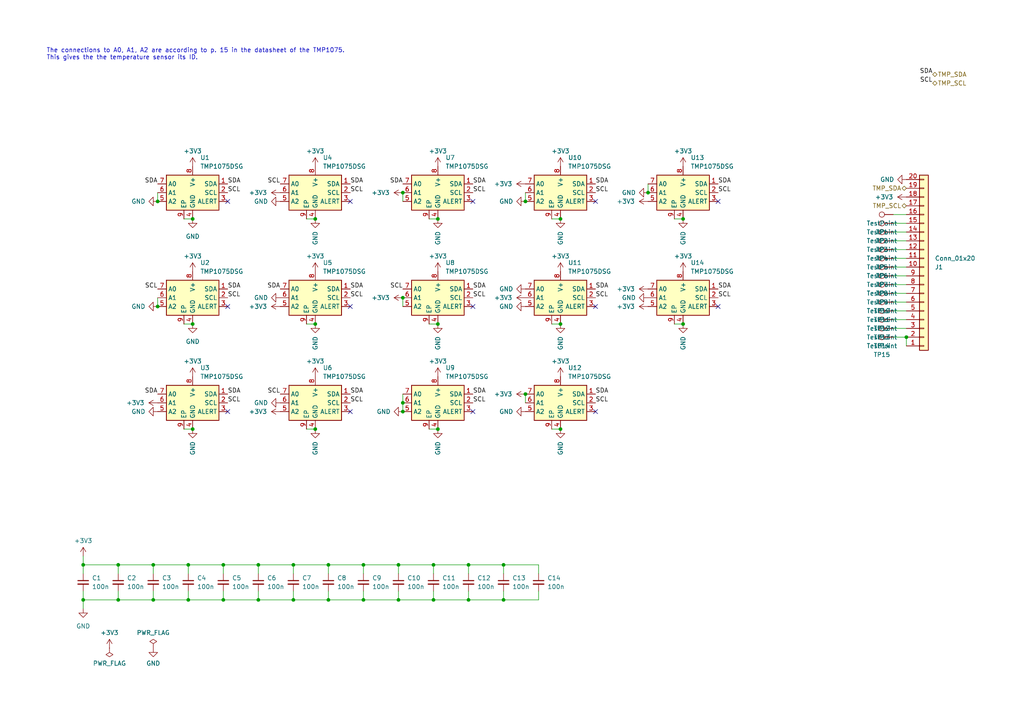
<source format=kicad_sch>
(kicad_sch (version 20231120) (generator "eeschema") (generator_version "8.0")
  (paper "A4")
  (lib_symbols
    (symbol "+3V3_1" (power) (pin_numbers hide) (pin_names (offset 0) hide)
      (property "Value" "+3V3" (at 0 3.556 0))
      (symbol "+3V3_1_0_1"
        (polyline (pts (xy -0.762 1.27) (xy 0 2.54)))
        (polyline (pts (xy 0 0) (xy 0 2.54)))
        (polyline (pts (xy 0 2.54) (xy 0.762 1.27)))
      )
      (symbol "+3V3_1_1_1"
        (pin power_in line (at 0 0 90) (length 0) (name "~") (number "1"))
      )
    )
    (symbol "Connector:TestPoint" (pin_numbers hide) (pin_names (offset 0.762) hide)
      (property "Reference" "TP" (at 0 6.858 0))
      (property "Value" "TestPoint" (at 0 5.08 0))
      (symbol "TestPoint_0_1"
        (circle (center 0 3.302) (radius 0.762))
      )
      (symbol "TestPoint_1_1"
        (pin passive line (at 0 0 90) (length 2.54) (name "1") (number "1"))
      )
    )
    (symbol "Connector_Generic:Conn_01x20" (pin_names (offset 1.016) hide)
      (property "Reference" "J" (at 0 25.4 0))
      (property "Value" "Conn_01x20" (at 0 -27.94 0))
      (symbol "Conn_01x20_1_1"
        (rectangle (start -1.27 -25.273) (end 0 -25.527) (stroke (width 0.1524)))
        (rectangle (start -1.27 -22.733) (end 0 -22.987) (stroke (width 0.1524)))
        (rectangle (start -1.27 -20.193) (end 0 -20.447) (stroke (width 0.1524)))
        (rectangle (start -1.27 -17.653) (end 0 -17.907) (stroke (width 0.1524)))
        (rectangle (start -1.27 -15.113) (end 0 -15.367) (stroke (width 0.1524)))
        (rectangle (start -1.27 -12.573) (end 0 -12.827) (stroke (width 0.1524)))
        (rectangle (start -1.27 -10.033) (end 0 -10.287) (stroke (width 0.1524)))
        (rectangle (start -1.27 -7.493) (end 0 -7.747) (stroke (width 0.1524)))
        (rectangle (start -1.27 -4.953) (end 0 -5.207) (stroke (width 0.1524)))
        (rectangle (start -1.27 -2.413) (end 0 -2.667) (stroke (width 0.1524)))
        (rectangle (start -1.27 0.127) (end 0 -0.127) (stroke (width 0.1524)))
        (rectangle (start -1.27 2.667) (end 0 2.413) (stroke (width 0.1524)))
        (rectangle (start -1.27 5.207) (end 0 4.953) (stroke (width 0.1524)))
        (rectangle (start -1.27 7.747) (end 0 7.493) (stroke (width 0.1524)))
        (rectangle (start -1.27 10.287) (end 0 10.033) (stroke (width 0.1524)))
        (rectangle (start -1.27 12.827) (end 0 12.573) (stroke (width 0.1524)))
        (rectangle (start -1.27 15.367) (end 0 15.113) (stroke (width 0.1524)))
        (rectangle (start -1.27 17.907) (end 0 17.653) (stroke (width 0.1524)))
        (rectangle (start -1.27 20.447) (end 0 20.193) (stroke (width 0.1524)))
        (rectangle (start -1.27 22.987) (end 0 22.733) (stroke (width 0.1524)))
        (rectangle (start -1.27 24.13) (end 1.27 -26.67) (stroke (width 0.254)) (fill (type background)))
        (pin passive line (at -5.08 22.86 0) (length 3.81) (name "Pin_1") (number "1"))
        (pin passive line (at -5.08 0 0) (length 3.81) (name "Pin_10") (number "10"))
        (pin passive line (at -5.08 -2.54 0) (length 3.81) (name "Pin_11") (number "11"))
        (pin passive line (at -5.08 -5.08 0) (length 3.81) (name "Pin_12") (number "12"))
        (pin passive line (at -5.08 -7.62 0) (length 3.81) (name "Pin_13") (number "13"))
        (pin passive line (at -5.08 -10.16 0) (length 3.81) (name "Pin_14") (number "14"))
        (pin passive line (at -5.08 -12.7 0) (length 3.81) (name "Pin_15") (number "15"))
        (pin passive line (at -5.08 -15.24 0) (length 3.81) (name "Pin_16") (number "16"))
        (pin passive line (at -5.08 -17.78 0) (length 3.81) (name "Pin_17") (number "17"))
        (pin passive line (at -5.08 -20.32 0) (length 3.81) (name "Pin_18") (number "18"))
        (pin passive line (at -5.08 -22.86 0) (length 3.81) (name "Pin_19") (number "19"))
        (pin passive line (at -5.08 20.32 0) (length 3.81) (name "Pin_2") (number "2"))
        (pin passive line (at -5.08 -25.4 0) (length 3.81) (name "Pin_20") (number "20"))
        (pin passive line (at -5.08 17.78 0) (length 3.81) (name "Pin_3") (number "3"))
        (pin passive line (at -5.08 15.24 0) (length 3.81) (name "Pin_4") (number "4"))
        (pin passive line (at -5.08 12.7 0) (length 3.81) (name "Pin_5") (number "5"))
        (pin passive line (at -5.08 10.16 0) (length 3.81) (name "Pin_6") (number "6"))
        (pin passive line (at -5.08 7.62 0) (length 3.81) (name "Pin_7") (number "7"))
        (pin passive line (at -5.08 5.08 0) (length 3.81) (name "Pin_8") (number "8"))
        (pin passive line (at -5.08 2.54 0) (length 3.81) (name "Pin_9") (number "9"))
      )
    )
    (symbol "Device:C_Small" (pin_numbers hide) (pin_names (offset 0.254) hide)
      (property "Reference" "C" (at 0.254 1.778 0))
      (property "Value" "C_Small" (at 0.254 -2.032 0))
      (symbol "C_Small_0_1"
        (polyline (pts (xy -1.524 -0.508) (xy 1.524 -0.508)) (stroke (width 0.3302)))
        (polyline (pts (xy -1.524 0.508) (xy 1.524 0.508)) (stroke (width 0.3048)))
      )
      (symbol "C_Small_1_1"
        (pin passive line (at 0 2.54 270) (length 2.032) (name "~") (number "1"))
        (pin passive line (at 0 -2.54 90) (length 2.032) (name "~") (number "2"))
      )
    )
    (symbol "Sensor_Temperature:TMP1075DSG"
      (property "Reference" "U" (at -6.35 6.35 0))
      (property "Value" "TMP1075DSG" (at 6.35 6.35 0))
      (symbol "TMP1075DSG_0_1"
        (rectangle (start -7.62 5.08) (end 7.62 -5.08) (stroke (width 0.254)) (fill (type background)))
      )
      (symbol "TMP1075DSG_1_1"
        (pin bidirectional line (at 10.16 2.54 180) (length 2.54) (name "SDA") (number "1"))
        (pin input line (at 10.16 0 180) (length 2.54) (name "SCL") (number "2"))
        (pin open_collector line (at 10.16 -2.54 180) (length 2.54) (name "ALERT") (number "3"))
        (pin power_in line (at 0 -7.62 90) (length 2.54) (name "GND") (number "4"))
        (pin input line (at -10.16 -2.54 0) (length 2.54) (name "A2") (number "5"))
        (pin input line (at -10.16 0 0) (length 2.54) (name "A1") (number "6"))
        (pin input line (at -10.16 2.54 0) (length 2.54) (name "A0") (number "7"))
        (pin power_in line (at 0 7.62 270) (length 2.54) (name "V+") (number "8"))
        (pin passive line (at -2.54 -7.62 90) (length 2.54) (name "EP") (number "9"))
      )
    )
    (symbol "power:+3V3" (power) (pin_names (offset 0))
      (property "Value" "+3V3" (at 0 3.556 0))
      (symbol "+3V3_0_1"
        (polyline (pts (xy -0.762 1.27) (xy 0 2.54)))
        (polyline (pts (xy 0 0) (xy 0 2.54)))
        (polyline (pts (xy 0 2.54) (xy 0.762 1.27)))
      )
      (symbol "+3V3_1_1"
        (pin power_in line (at 0 0 90) (length 0) hide (name "+3V3") (number "1"))
      )
    )
    (symbol "power:GND" (power) (pin_names (offset 0))
      (property "Value" "GND" (at 0 -3.81 0))
      (symbol "GND_0_1"
        (polyline (pts (xy 0 0) (xy 0 -1.27) (xy 1.27 -1.27) (xy 0 -2.54) (xy -1.27 -1.27) (xy 0 -1.27)))
      )
      (symbol "GND_1_1"
        (pin power_in line (at 0 0 270) (length 0) hide (name "GND") (number "1"))
      )
    )
    (symbol "power:PWR_FLAG" (power) (pin_numbers hide) (pin_names (offset 0) hide)
      (property "Value" "PWR_FLAG" (at 0 3.81 0))
      (symbol "PWR_FLAG_0_0"
        (pin power_out line (at 0 0 90) (length 0) (name "~") (number "1"))
      )
      (symbol "PWR_FLAG_0_1"
        (polyline (pts (xy 0 0) (xy 0 1.27) (xy -1.016 1.905) (xy 0 2.54) (xy 1.016 1.905) (xy 0 1.27)))
      )
    )
  )
  (junction (at 152.4 58.42))
  (junction (at 55.88 93.98))
  (junction (at 55.88 124.46))
  (junction (at 198.12 93.98))
  (junction (at 162.56 63.5))
  (junction (at 24.13 163.83))
  (junction (at 64.77 163.83))
  (junction (at 45.72 58.42))
  (junction (at 95.25 173.99))
  (junction (at 44.45 163.83))
  (junction (at 44.45 173.99))
  (junction (at 146.05 173.99))
  (junction (at 105.41 173.99))
  (junction (at 115.57 173.99))
  (junction (at 91.44 63.5))
  (junction (at 262.89 97.79))
  (junction (at 91.44 93.98))
  (junction (at 91.44 124.46))
  (junction (at 125.73 163.83))
  (junction (at 146.05 163.83))
  (junction (at 74.93 173.99))
  (junction (at 162.56 93.98))
  (junction (at 85.09 173.99))
  (junction (at 74.93 163.83))
  (junction (at 105.41 163.83))
  (junction (at 116.84 55.88))
  (junction (at 54.61 163.83))
  (junction (at 116.84 116.84))
  (junction (at 116.84 86.36))
  (junction (at 64.77 173.99))
  (junction (at 34.29 163.83))
  (junction (at 45.72 88.9))
  (junction (at 187.96 55.88))
  (junction (at 54.61 173.99))
  (junction (at 34.29 173.99))
  (junction (at 135.89 163.83))
  (junction (at 24.13 173.99))
  (junction (at 116.84 119.38))
  (junction (at 152.4 114.3))
  (junction (at 85.09 163.83))
  (junction (at 127 63.5))
  (junction (at 162.56 124.46))
  (junction (at 127 93.98))
  (junction (at 135.89 173.99))
  (junction (at 95.25 163.83))
  (junction (at 125.73 173.99))
  (junction (at 127 124.46))
  (junction (at 115.57 163.83))
  (junction (at 198.12 63.5))
  (junction (at 55.88 63.5))
  (no_connect (at 208.28 58.42))
  (no_connect (at 101.6 119.38))
  (no_connect (at 172.72 119.38))
  (no_connect (at 172.72 58.42))
  (no_connect (at 66.04 58.42))
  (no_connect (at 172.72 88.9))
  (no_connect (at 66.04 88.9))
  (no_connect (at 137.16 88.9))
  (no_connect (at 137.16 119.38))
  (no_connect (at 101.6 88.9))
  (no_connect (at 137.16 58.42))
  (no_connect (at 101.6 58.42))
  (no_connect (at 208.28 88.9))
  (no_connect (at 66.04 119.38))
  (wire (pts (xy 262.89 97.79) (xy 262.89 100.33)))
  (wire (pts (xy 259.08 74.93) (xy 262.89 74.93)))
  (wire (pts (xy 146.05 171.45) (xy 146.05 173.99)))
  (wire (pts (xy 54.61 173.99) (xy 44.45 173.99)))
  (wire (pts (xy 156.21 163.83) (xy 156.21 166.37)))
  (wire (pts (xy 88.9 93.98) (xy 91.44 93.98)))
  (wire (pts (xy 34.29 166.37) (xy 34.29 163.83)))
  (wire (pts (xy 64.77 173.99) (xy 54.61 173.99)))
  (wire (pts (xy 74.93 173.99) (xy 64.77 173.99)))
  (wire (pts (xy 105.41 173.99) (xy 95.25 173.99)))
  (wire (pts (xy 95.25 173.99) (xy 85.09 173.99)))
  (wire (pts (xy 259.08 72.39) (xy 262.89 72.39)))
  (wire (pts (xy 24.13 161.29) (xy 24.13 163.83)))
  (wire (pts (xy 105.41 171.45) (xy 105.41 173.99)))
  (wire (pts (xy 115.57 171.45) (xy 115.57 173.99)))
  (wire (pts (xy 125.73 163.83) (xy 125.73 166.37)))
  (wire (pts (xy 146.05 163.83) (xy 146.05 166.37)))
  (wire (pts (xy 259.08 95.25) (xy 262.89 95.25)))
  (wire (pts (xy 259.08 90.17) (xy 262.89 90.17)))
  (wire (pts (xy 53.34 63.5) (xy 55.88 63.5)))
  (wire (pts (xy 34.29 173.99) (xy 24.13 173.99)))
  (wire (pts (xy 34.29 163.83) (xy 44.45 163.83)))
  (wire (pts (xy 259.08 80.01) (xy 262.89 80.01)))
  (wire (pts (xy 125.73 173.99) (xy 115.57 173.99)))
  (wire (pts (xy 146.05 163.83) (xy 156.21 163.83)))
  (wire (pts (xy 74.93 163.83) (xy 74.93 166.37)))
  (wire (pts (xy 195.58 63.5) (xy 198.12 63.5)))
  (wire (pts (xy 54.61 171.45) (xy 54.61 173.99)))
  (wire (pts (xy 44.45 163.83) (xy 44.45 166.37)))
  (wire (pts (xy 85.09 171.45) (xy 85.09 173.99)))
  (wire (pts (xy 156.21 173.99) (xy 146.05 173.99)))
  (wire (pts (xy 152.4 114.3) (xy 152.4 116.84)))
  (wire (pts (xy 53.34 93.98) (xy 55.88 93.98)))
  (wire (pts (xy 95.25 171.45) (xy 95.25 173.99)))
  (wire (pts (xy 124.46 93.98) (xy 127 93.98)))
  (wire (pts (xy 116.84 114.3) (xy 116.84 116.84)))
  (wire (pts (xy 85.09 173.99) (xy 74.93 173.99)))
  (wire (pts (xy 85.09 163.83) (xy 95.25 163.83)))
  (wire (pts (xy 64.77 163.83) (xy 74.93 163.83)))
  (wire (pts (xy 74.93 163.83) (xy 85.09 163.83)))
  (wire (pts (xy 259.08 67.31) (xy 262.89 67.31)))
  (wire (pts (xy 115.57 163.83) (xy 115.57 166.37)))
  (wire (pts (xy 45.72 86.36) (xy 45.72 88.9)))
  (wire (pts (xy 135.89 173.99) (xy 125.73 173.99)))
  (wire (pts (xy 105.41 163.83) (xy 115.57 163.83)))
  (wire (pts (xy 195.58 93.98) (xy 198.12 93.98)))
  (wire (pts (xy 135.89 171.45) (xy 135.89 173.99)))
  (wire (pts (xy 24.13 163.83) (xy 34.29 163.83)))
  (wire (pts (xy 64.77 171.45) (xy 64.77 173.99)))
  (wire (pts (xy 259.08 64.77) (xy 262.89 64.77)))
  (wire (pts (xy 135.89 163.83) (xy 135.89 166.37)))
  (wire (pts (xy 54.61 163.83) (xy 64.77 163.83)))
  (wire (pts (xy 259.08 97.79) (xy 262.89 97.79)))
  (wire (pts (xy 95.25 163.83) (xy 105.41 163.83)))
  (wire (pts (xy 187.96 53.34) (xy 187.96 55.88)))
  (wire (pts (xy 85.09 163.83) (xy 85.09 166.37)))
  (wire (pts (xy 160.02 124.46) (xy 162.56 124.46)))
  (wire (pts (xy 45.72 55.88) (xy 45.72 58.42)))
  (wire (pts (xy 34.29 171.45) (xy 34.29 173.99)))
  (wire (pts (xy 259.08 82.55) (xy 262.89 82.55)))
  (wire (pts (xy 259.08 85.09) (xy 262.89 85.09)))
  (wire (pts (xy 116.84 55.88) (xy 116.84 58.42)))
  (wire (pts (xy 44.45 173.99) (xy 34.29 173.99)))
  (wire (pts (xy 259.08 69.85) (xy 262.89 69.85)))
  (wire (pts (xy 54.61 163.83) (xy 54.61 166.37)))
  (wire (pts (xy 152.4 55.88) (xy 152.4 58.42)))
  (wire (pts (xy 44.45 171.45) (xy 44.45 173.99)))
  (wire (pts (xy 115.57 163.83) (xy 125.73 163.83)))
  (wire (pts (xy 74.93 171.45) (xy 74.93 173.99)))
  (wire (pts (xy 124.46 124.46) (xy 127 124.46)))
  (wire (pts (xy 135.89 163.83) (xy 146.05 163.83)))
  (wire (pts (xy 160.02 93.98) (xy 162.56 93.98)))
  (wire (pts (xy 259.08 77.47) (xy 262.89 77.47)))
  (wire (pts (xy 115.57 173.99) (xy 105.41 173.99)))
  (wire (pts (xy 259.08 87.63) (xy 262.89 87.63)))
  (wire (pts (xy 125.73 171.45) (xy 125.73 173.99)))
  (wire (pts (xy 116.84 86.36) (xy 116.84 88.9)))
  (wire (pts (xy 259.08 92.71) (xy 262.89 92.71)))
  (wire (pts (xy 124.46 63.5) (xy 127 63.5)))
  (wire (pts (xy 24.13 171.45) (xy 24.13 173.99)))
  (wire (pts (xy 24.13 163.83) (xy 24.13 166.37)))
  (wire (pts (xy 64.77 163.83) (xy 64.77 166.37)))
  (wire (pts (xy 88.9 63.5) (xy 91.44 63.5)))
  (wire (pts (xy 259.08 62.23) (xy 262.89 62.23)))
  (wire (pts (xy 95.25 166.37) (xy 95.25 163.83)))
  (wire (pts (xy 146.05 173.99) (xy 135.89 173.99)))
  (wire (pts (xy 88.9 124.46) (xy 91.44 124.46)))
  (wire (pts (xy 160.02 63.5) (xy 162.56 63.5)))
  (wire (pts (xy 105.41 163.83) (xy 105.41 166.37)))
  (wire (pts (xy 53.34 124.46) (xy 55.88 124.46)))
  (wire (pts (xy 44.45 163.83) (xy 54.61 163.83)))
  (wire (pts (xy 24.13 173.99) (xy 24.13 176.53)))
  (wire (pts (xy 156.21 171.45) (xy 156.21 173.99)))
  (wire (pts (xy 116.84 116.84) (xy 116.84 119.38)))
  (wire (pts (xy 125.73 163.83) (xy 135.89 163.83)))
  (text "The connections to A0, A1, A2 are according to p. 15 in the datasheet of the TMP1075. \nThis gives the the temperature sensor its ID. " (at 13.462 15.748 0) (effects (font (size 1.27 1.27)) (justify left)))
  (label "SDA" (at 208.28 53.34 0))
  (label "SCL" (at 137.16 116.84 0))
  (label "SDA" (at 172.72 53.34 0))
  (label "SCL" (at 101.6 55.88 0))
  (label "SDA" (at 81.28 83.82 180))
  (label "SDA" (at 45.72 114.3 180))
  (label "SDA" (at 45.72 53.34 180))
  (label "SCL" (at 66.04 55.88 0))
  (label "SCL" (at 270.51 24.13 180))
  (label "SDA" (at 66.04 83.82 0))
  (label "SDA" (at 137.16 53.34 0))
  (label "SCL" (at 137.16 55.88 0))
  (label "SCL" (at 172.72 55.88 0))
  (label "SDA" (at 172.72 114.3 0))
  (label "SCL" (at 81.28 114.3 180))
  (label "SCL" (at 101.6 116.84 0))
  (label "SDA" (at 172.72 83.82 0))
  (label "SDA" (at 116.84 53.34 180))
  (label "SCL" (at 66.04 116.84 0))
  (label "SDA" (at 101.6 114.3 0))
  (label "SCL" (at 66.04 86.36 0))
  (label "SDA" (at 137.16 83.82 0))
  (label "SCL" (at 208.28 55.88 0))
  (label "SDA" (at 137.16 114.3 0))
  (label "SCL" (at 137.16 86.36 0))
  (label "SDA" (at 101.6 53.34 0))
  (label "SDA" (at 270.51 21.59 180))
  (label "SCL" (at 172.72 86.36 0))
  (label "SDA" (at 101.6 83.82 0))
  (label "SCL" (at 208.28 86.36 0))
  (label "SDA" (at 66.04 114.3 0))
  (label "SCL" (at 172.72 116.84 0))
  (label "SDA" (at 66.04 53.34 0))
  (label "SCL" (at 116.84 83.82 180))
  (label "SCL" (at 45.72 83.82 180))
  (label "SCL" (at 81.28 53.34 180))
  (label "SDA" (at 208.28 83.82 0))
  (label "SCL" (at 101.6 86.36 0))
  (hierarchical_label "TMP_SCL" (shape bidirectional) (at 270.51 24.13 0))
  (hierarchical_label "TMP_SDA" (shape bidirectional) (at 270.51 21.59 0))
  (hierarchical_label "TMP_SDA" (shape bidirectional) (at 262.89 54.61 180))
  (hierarchical_label "TMP_SCL" (shape bidirectional) (at 262.89 59.69 180))
  (symbol (lib_id "power:GND") (at 24.13 176.53 0) (unit 1)
    (property "Reference" "#PWR02" (effects (hide yes)))
    (property "Value" "GND" (at 24.13 181.61 0))
  )
  (symbol (lib_id "power:+3V3") (at 31.75 187.96 0) (mirror y) (unit 1)
    (property "Reference" "#PWR03" (effects (hide yes)))
    (property "Value" "+3V3" (at 31.75 183.515 0))
  )
  (symbol (lib_id "power:+3V3") (at 91.44 48.26 0) (unit 1)
    (property "Reference" "#PWR021" (effects (hide yes)))
    (property "Value" "+3V3" (at 91.44 43.815 0))
  )
  (symbol (lib_id "power:+3V3") (at 152.4 53.34 90) (mirror x) (unit 1)
    (property "Reference" "#PWR036" (effects (hide yes)))
    (property "Value" "+3V3" (at 148.59 53.3401 90) (effects (justify left)))
  )
  (symbol (lib_id "Sensor_Temperature:TMP1075DSG") (at 55.88 116.84 0) (unit 1)
    (property "Reference" "U3" (at 58.0741 106.68 0) (effects (justify left)))
    (property "Value" "TMP1075DSG" (at 58.0741 109.22 0) (effects (justify left)))
    (property "Footprint" "Package_SON:WSON-8-1EP_2x2mm_P0.5mm_EP0.9x1.6mm_ThermalVias" (effects (hide yes)))
    (property "Datasheet" "https://www.ti.com/lit/gpn/tmp1075" (effects (hide yes)))
  )
  (symbol (lib_id "Device:C_Small") (at 156.21 168.91 0) (unit 1)
    (property "Reference" "C14" (at 158.75 167.6462 0) (effects (justify left)))
    (property "Value" "100n" (at 158.75 170.1862 0) (effects (justify left)))
    (property "Footprint" "Capacitor_SMD:C_0603_1608Metric" (effects (hide yes)))
  )
  (symbol (lib_id "power:GND") (at 55.88 124.46 0) (unit 1)
    (property "Reference" "#PWR014" (effects (hide yes)))
    (property "Value" "GND" (at 55.88 132.08 90) (effects (justify left)))
  )
  (symbol (lib_id "Sensor_Temperature:TMP1075DSG") (at 162.56 86.36 0) (unit 1)
    (property "Reference" "U11" (at 164.7541 76.2 0) (effects (justify left)))
    (property "Value" "TMP1075DSG" (at 164.7541 78.74 0) (effects (justify left)))
    (property "Footprint" "Package_SON:WSON-8-1EP_2x2mm_P0.5mm_EP0.9x1.6mm_ThermalVias" (effects (hide yes)))
    (property "Datasheet" "https://www.ti.com/lit/gpn/tmp1075" (effects (hide yes)))
  )
  (symbol (lib_id "power:GND") (at 81.28 86.36 270) (mirror x) (unit 1)
    (property "Reference" "#PWR017" (effects (hide yes)))
    (property "Value" "GND" (at 73.66 86.36 90) (effects (justify left)))
  )
  (symbol (lib_id "Sensor_Temperature:TMP1075DSG") (at 198.12 55.88 0) (unit 1)
    (property "Reference" "U13" (at 200.3141 45.72 0) (effects (justify left)))
    (property "Value" "TMP1075DSG" (at 200.3141 48.26 0) (effects (justify left)))
    (property "Footprint" "Package_SON:WSON-8-1EP_2x2mm_P0.5mm_EP0.9x1.6mm_ThermalVias" (effects (hide yes)))
    (property "Datasheet" "https://www.ti.com/lit/gpn/tmp1075" (effects (hide yes)))
  )
  (symbol (lib_id "Sensor_Temperature:TMP1075DSG") (at 127 116.84 0) (unit 1)
    (property "Reference" "U9" (at 129.1941 106.68 0) (effects (justify left)))
    (property "Value" "TMP1075DSG" (at 129.1941 109.22 0) (effects (justify left)))
    (property "Footprint" "Package_SON:WSON-8-1EP_2x2mm_P0.5mm_EP0.9x1.6mm_ThermalVias" (effects (hide yes)))
    (property "Datasheet" "https://www.ti.com/lit/gpn/tmp1075" (effects (hide yes)))
  )
  (symbol (lib_id "Device:C_Small") (at 54.61 168.91 0) (unit 1)
    (property "Reference" "C4" (at 57.15 167.6462 0) (effects (justify left)))
    (property "Value" "100n" (at 57.15 170.1862 0) (effects (justify left)))
    (property "Footprint" "Capacitor_SMD:C_0603_1608Metric" (effects (hide yes)))
  )
  (symbol (lib_id "power:GND") (at 116.84 119.38 270) (unit 1)
    (property "Reference" "#PWR029" (effects (hide yes)))
    (property "Value" "GND" (at 109.22 119.38 90) (effects (justify left)))
  )
  (symbol (lib_id "Sensor_Temperature:TMP1075DSG") (at 127 55.88 0) (unit 1)
    (property "Reference" "U7" (at 129.1941 45.72 0) (effects (justify left)))
    (property "Value" "TMP1075DSG" (at 129.1941 48.26 0) (effects (justify left)))
    (property "Footprint" "Package_SON:WSON-8-1EP_2x2mm_P0.5mm_EP0.9x1.6mm_ThermalVias" (effects (hide yes)))
    (property "Datasheet" "https://www.ti.com/lit/gpn/tmp1075" (effects (hide yes)))
  )
  (symbol (lib_id "power:+3V3") (at 152.4 114.3 90) (mirror x) (unit 1)
    (property "Reference" "#PWR041" (effects (hide yes)))
    (property "Value" "+3V3" (at 148.59 114.3001 90) (effects (justify left)))
  )
  (symbol (lib_id "power:GND") (at 44.45 187.96 0) (mirror y) (unit 1)
    (property "Reference" "#PWR04" (effects (hide yes)))
    (property "Value" "GND" (at 44.45 192.405 0))
  )
  (symbol (lib_id "Connector:TestPoint") (at 259.08 62.23 90) (mirror x) (unit 1)
    (property "Reference" "TP1" (at 255.778 67.31 90))
    (property "Value" "TestPoint" (at 255.778 64.77 90))
    (property "Footprint" "TestPoint:TestPoint_Pad_1.0x1.0mm" (effects (hide yes)))
    (property "Description" "test point" (effects (hide yes)))
  )
  (symbol (lib_id "Device:C_Small") (at 95.25 168.91 0) (unit 1)
    (property "Reference" "C8" (at 97.79 167.6462 0) (effects (justify left)))
    (property "Value" "100n" (at 97.79 170.1862 0) (effects (justify left)))
    (property "Footprint" "Capacitor_SMD:C_0603_1608Metric" (effects (hide yes)))
  )
  (symbol (lib_id "power:+3V3") (at 81.28 119.38 90) (mirror x) (unit 1)
    (property "Reference" "#PWR020" (effects (hide yes)))
    (property "Value" "+3V3" (at 77.47 119.3801 90) (effects (justify left)))
  )
  (symbol (lib_id "Sensor_Temperature:TMP1075DSG") (at 91.44 55.88 0) (unit 1)
    (property "Reference" "U4" (at 93.6341 45.72 0) (effects (justify left)))
    (property "Value" "TMP1075DSG" (at 93.6341 48.26 0) (effects (justify left)))
    (property "Footprint" "Package_SON:WSON-8-1EP_2x2mm_P0.5mm_EP0.9x1.6mm_ThermalVias" (effects (hide yes)))
    (property "Datasheet" "https://www.ti.com/lit/gpn/tmp1075" (effects (hide yes)))
  )
  (symbol (lib_id "power:+3V3") (at 198.12 78.74 0) (unit 1)
    (property "Reference" "#PWR056" (effects (hide yes)))
    (property "Value" "+3V3" (at 198.12 74.295 0))
  )
  (symbol (lib_id "Sensor_Temperature:TMP1075DSG") (at 162.56 116.84 0) (unit 1)
    (property "Reference" "U12" (at 164.7541 106.68 0) (effects (justify left)))
    (property "Value" "TMP1075DSG" (at 164.7541 109.22 0) (effects (justify left)))
    (property "Footprint" "Package_SON:WSON-8-1EP_2x2mm_P0.5mm_EP0.9x1.6mm_ThermalVias" (effects (hide yes)))
    (property "Datasheet" "https://www.ti.com/lit/gpn/tmp1075" (effects (hide yes)))
  )
  (symbol (lib_id "power:GND") (at 187.96 86.36 270) (mirror x) (unit 1)
    (property "Reference" "#PWR052" (effects (hide yes)))
    (property "Value" "GND" (at 180.34 86.36 90) (effects (justify left)))
  )
  (symbol (lib_id "Sensor_Temperature:TMP1075DSG") (at 55.88 55.88 0) (unit 1)
    (property "Reference" "U1" (at 58.0741 45.72 0) (effects (justify left)))
    (property "Value" "TMP1075DSG" (at 58.0741 48.26 0) (effects (justify left)))
    (property "Footprint" "Package_SON:WSON-8-1EP_2x2mm_P0.5mm_EP0.9x1.6mm_ThermalVias" (effects (hide yes)))
    (property "Datasheet" "https://www.ti.com/lit/gpn/tmp1075" (effects (hide yes)))
  )
  (symbol (lib_id "power:+3V3") (at 55.88 78.74 0) (unit 1)
    (property "Reference" "#PWR011" (effects (hide yes)))
    (property "Value" "+3V3" (at 55.88 74.295 0))
  )
  (symbol (lib_id "power:GND") (at 152.4 58.42 270) (unit 1)
    (property "Reference" "#PWR037" (effects (hide yes)))
    (property "Value" "GND" (at 144.78 58.42 90) (effects (justify left)))
  )
  (symbol (lib_id "Connector:TestPoint") (at 259.08 67.31 90) (mirror x) (unit 1)
    (property "Reference" "TP3" (at 255.778 72.39 90))
    (property "Value" "TestPoint" (at 255.778 69.85 90))
    (property "Footprint" "TestPoint:TestPoint_Pad_1.0x1.0mm" (effects (hide yes)))
    (property "Description" "test point" (effects (hide yes)))
  )
  (symbol (lib_id "Device:C_Small") (at 24.13 168.91 0) (unit 1)
    (property "Reference" "C1" (at 26.67 167.6462 0) (effects (justify left)))
    (property "Value" "100n" (at 26.67 170.1862 0) (effects (justify left)))
    (property "Footprint" "Capacitor_SMD:C_0603_1608Metric" (effects (hide yes)))
  )
  (symbol (lib_id "power:GND") (at 91.44 124.46 0) (unit 1)
    (property "Reference" "#PWR026" (effects (hide yes)))
    (property "Value" "GND" (at 91.44 132.08 90) (effects (justify left)))
  )
  (symbol (lib_id "Device:C_Small") (at 125.73 168.91 0) (unit 1)
    (property "Reference" "C11" (at 128.27 167.6462 0) (effects (justify left)))
    (property "Value" "100n" (at 128.27 170.1862 0) (effects (justify left)))
    (property "Footprint" "Capacitor_SMD:C_0603_1608Metric" (effects (hide yes)))
  )
  (symbol (lib_id "power:+3V3") (at 55.88 109.22 0) (unit 1)
    (property "Reference" "#PWR013" (effects (hide yes)))
    (property "Value" "+3V3" (at 55.88 104.775 0))
  )
  (symbol (lib_id "power:GND") (at 198.12 63.5 0) (unit 1)
    (property "Reference" "#PWR055" (effects (hide yes)))
    (property "Value" "GND" (at 198.12 71.12 90) (effects (justify left)))
  )
  (symbol (lib_id "Device:C_Small") (at 74.93 168.91 0) (unit 1)
    (property "Reference" "C6" (at 77.47 167.6462 0) (effects (justify left)))
    (property "Value" "100n" (at 77.47 170.1862 0) (effects (justify left)))
    (property "Footprint" "Capacitor_SMD:C_0603_1608Metric" (effects (hide yes)))
  )
  (symbol (lib_id "power:GND") (at 162.56 63.5 0) (unit 1)
    (property "Reference" "#PWR044" (effects (hide yes)))
    (property "Value" "GND" (at 162.56 71.12 90) (effects (justify left)))
  )
  (symbol (lib_id "Sensor_Temperature:TMP1075DSG") (at 55.88 86.36 0) (unit 1)
    (property "Reference" "U2" (at 58.0741 76.2 0) (effects (justify left)))
    (property "Value" "TMP1075DSG" (at 58.0741 78.74 0) (effects (justify left)))
    (property "Footprint" "Package_SON:WSON-8-1EP_2x2mm_P0.5mm_EP0.9x1.6mm_ThermalVias" (effects (hide yes)))
    (property "Datasheet" "https://www.ti.com/lit/gpn/tmp1075" (effects (hide yes)))
  )
  (symbol (lib_id "Connector:TestPoint") (at 259.08 95.25 90) (mirror x) (unit 1)
    (property "Reference" "TP14" (at 255.778 100.33 90))
    (property "Value" "TestPoint" (at 255.778 97.79 90))
    (property "Footprint" "TestPoint:TestPoint_Pad_1.0x1.0mm" (effects (hide yes)))
    (property "Description" "test point" (effects (hide yes)))
  )
  (symbol (lib_id "Connector:TestPoint") (at 259.08 85.09 90) (mirror x) (unit 1)
    (property "Reference" "TP10" (at 255.778 90.17 90))
    (property "Value" "TestPoint" (at 255.778 87.63 90))
    (property "Footprint" "TestPoint:TestPoint_Pad_1.0x1.0mm" (effects (hide yes)))
    (property "Description" "test point" (effects (hide yes)))
  )
  (symbol (lib_id "power:GND") (at 262.89 52.07 270) (mirror x) (unit 1)
    (property "Reference" "#PWR059" (effects (hide yes)))
    (property "Value" "GND" (at 255.27 52.07 90) (effects (justify left)))
  )
  (symbol (lib_id "Device:C_Small") (at 85.09 168.91 0) (unit 1)
    (property "Reference" "C7" (at 87.63 167.6462 0) (effects (justify left)))
    (property "Value" "100n" (at 87.63 170.1862 0) (effects (justify left)))
    (property "Footprint" "Capacitor_SMD:C_0603_1608Metric" (effects (hide yes)))
  )
  (symbol (lib_id "power:GND") (at 162.56 93.98 0) (unit 1)
    (property "Reference" "#PWR046" (effects (hide yes)))
    (property "Value" "GND" (at 162.56 101.6 90) (effects (justify left)))
  )
  (symbol (lib_id "power:PWR_FLAG") (at 31.75 187.96 180) (unit 1)
    (property "Reference" "#FLG01" (effects (hide yes)))
    (property "Value" "PWR_FLAG" (at 31.75 192.405 0))
    (property "Description" "Special symbol for telling ERC where power comes from" (effects (hide yes)))
  )
  (symbol (lib_id "Device:C_Small") (at 44.45 168.91 0) (unit 1)
    (property "Reference" "C3" (at 46.99 167.6462 0) (effects (justify left)))
    (property "Value" "100n" (at 46.99 170.1862 0) (effects (justify left)))
    (property "Footprint" "Capacitor_SMD:C_0603_1608Metric" (effects (hide yes)))
  )
  (symbol (lib_id "Connector:TestPoint") (at 259.08 74.93 90) (mirror x) (unit 1)
    (property "Reference" "TP6" (at 255.778 80.01 90))
    (property "Value" "TestPoint" (at 255.778 77.47 90))
    (property "Footprint" "TestPoint:TestPoint_Pad_1.0x1.0mm" (effects (hide yes)))
    (property "Description" "test point" (effects (hide yes)))
  )
  (symbol (lib_id "Connector:TestPoint") (at 259.08 90.17 90) (mirror x) (unit 1)
    (property "Reference" "TP12" (at 255.778 95.25 90))
    (property "Value" "TestPoint" (at 255.778 92.71 90))
    (property "Footprint" "TestPoint:TestPoint_Pad_1.0x1.0mm" (effects (hide yes)))
    (property "Description" "test point" (effects (hide yes)))
  )
  (symbol (lib_id "power:GND") (at 81.28 58.42 270) (unit 1)
    (property "Reference" "#PWR016" (effects (hide yes)))
    (property "Value" "GND" (at 73.66 58.42 90) (effects (justify left)))
  )
  (symbol (lib_id "Device:C_Small") (at 64.77 168.91 0) (unit 1)
    (property "Reference" "C5" (at 67.31 167.6462 0) (effects (justify left)))
    (property "Value" "100n" (at 67.31 170.1862 0) (effects (justify left)))
    (property "Footprint" "Capacitor_SMD:C_0603_1608Metric" (effects (hide yes)))
  )
  (symbol (lib_id "Connector:TestPoint") (at 259.08 80.01 90) (mirror x) (unit 1)
    (property "Reference" "TP8" (at 255.778 85.09 90))
    (property "Value" "TestPoint" (at 255.778 82.55 90))
    (property "Footprint" "TestPoint:TestPoint_Pad_1.0x1.0mm" (effects (hide yes)))
    (property "Description" "test point" (effects (hide yes)))
  )
  (symbol (lib_id "power:GND") (at 45.72 119.38 270) (unit 1)
    (property "Reference" "#PWR08" (effects (hide yes)))
    (property "Value" "GND" (at 38.1 119.38 90) (effects (justify left)))
  )
  (symbol (lib_id "power:+3V3") (at 198.12 48.26 0) (unit 1)
    (property "Reference" "#PWR054" (effects (hide yes)))
    (property "Value" "+3V3" (at 198.12 43.815 0))
  )
  (symbol (lib_id "Sensor_Temperature:TMP1075DSG") (at 91.44 86.36 0) (unit 1)
    (property "Reference" "U5" (at 93.6341 76.2 0) (effects (justify left)))
    (property "Value" "TMP1075DSG" (at 93.6341 78.74 0) (effects (justify left)))
    (property "Footprint" "Package_SON:WSON-8-1EP_2x2mm_P0.5mm_EP0.9x1.6mm_ThermalVias" (effects (hide yes)))
    (property "Datasheet" "https://www.ti.com/lit/gpn/tmp1075" (effects (hide yes)))
  )
  (symbol (lib_id "power:+3V3") (at 127 109.22 0) (unit 1)
    (property "Reference" "#PWR034" (effects (hide yes)))
    (property "Value" "+3V3" (at 127 104.775 0))
  )
  (symbol (lib_id "Connector:TestPoint") (at 259.08 64.77 90) (mirror x) (unit 1)
    (property "Reference" "TP2" (at 255.778 69.85 90))
    (property "Value" "TestPoint" (at 255.778 67.31 90))
    (property "Footprint" "TestPoint:TestPoint_Pad_1.0x1.0mm" (effects (hide yes)))
    (property "Description" "test point" (effects (hide yes)))
  )
  (symbol (lib_id "power:GND") (at 91.44 93.98 0) (unit 1)
    (property "Reference" "#PWR024" (effects (hide yes)))
    (property "Value" "GND" (at 91.44 101.6 90) (effects (justify left)))
  )
  (symbol (lib_id "power:GND") (at 55.88 63.5 0) (unit 1)
    (property "Reference" "#PWR010" (effects (hide yes)))
    (property "Value" "GND" (at 55.88 68.58 0))
  )
  (symbol (lib_id "Connector:TestPoint") (at 259.08 69.85 90) (mirror x) (unit 1)
    (property "Reference" "TP4" (at 255.778 74.93 90))
    (property "Value" "TestPoint" (at 255.778 72.39 90))
    (property "Footprint" "TestPoint:TestPoint_Pad_1.0x1.0mm" (effects (hide yes)))
    (property "Description" "test point" (effects (hide yes)))
  )
  (symbol (lib_id "Device:C_Small") (at 135.89 168.91 0) (unit 1)
    (property "Reference" "C12" (at 138.43 167.6462 0) (effects (justify left)))
    (property "Value" "100n" (at 138.43 170.1862 0) (effects (justify left)))
    (property "Footprint" "Capacitor_SMD:C_0603_1608Metric" (effects (hide yes)))
  )
  (symbol (lib_id "Connector:TestPoint") (at 259.08 77.47 90) (mirror x) (unit 1)
    (property "Reference" "TP7" (at 255.778 82.55 90))
    (property "Value" "TestPoint" (at 255.778 80.01 90))
    (property "Footprint" "TestPoint:TestPoint_Pad_1.0x1.0mm" (effects (hide yes)))
    (property "Description" "test point" (effects (hide yes)))
  )
  (symbol (lib_id "Device:C_Small") (at 105.41 168.91 0) (unit 1)
    (property "Reference" "C9" (at 107.95 167.6462 0) (effects (justify left)))
    (property "Value" "100n" (at 107.95 170.1862 0) (effects (justify left)))
    (property "Footprint" "Capacitor_SMD:C_0603_1608Metric" (effects (hide yes)))
  )
  (symbol (lib_id "power:+3V3") (at 187.96 88.9 90) (unit 1)
    (property "Reference" "#PWR053" (effects (hide yes)))
    (property "Value" "+3V3" (at 184.15 88.8999 90) (effects (justify left)))
  )
  (symbol (lib_id "power:+3V3") (at 81.28 55.88 90) (unit 1)
    (property "Reference" "#PWR015" (effects (hide yes)))
    (property "Value" "+3V3" (at 77.47 55.8799 90) (effects (justify left)))
  )
  (symbol (lib_id "Sensor_Temperature:TMP1075DSG") (at 127 86.36 0) (unit 1)
    (property "Reference" "U8" (at 129.1941 76.2 0) (effects (justify left)))
    (property "Value" "TMP1075DSG" (at 129.1941 78.74 0) (effects (justify left)))
    (property "Footprint" "Package_SON:WSON-8-1EP_2x2mm_P0.5mm_EP0.9x1.6mm_ThermalVias" (effects (hide yes)))
    (property "Datasheet" "https://www.ti.com/lit/gpn/tmp1075" (effects (hide yes)))
  )
  (symbol (lib_id "Connector:TestPoint") (at 259.08 92.71 90) (mirror x) (unit 1)
    (property "Reference" "TP13" (at 255.778 97.79 90))
    (property "Value" "TestPoint" (at 255.778 95.25 90))
    (property "Footprint" "TestPoint:TestPoint_Pad_1.0x1.0mm" (effects (hide yes)))
    (property "Description" "test point" (effects (hide yes)))
  )
  (symbol (lib_id "power:+3V3") (at 127 78.74 0) (unit 1)
    (property "Reference" "#PWR032" (effects (hide yes)))
    (property "Value" "+3V3" (at 127 74.295 0))
  )
  (symbol (lib_id "power:PWR_FLAG") (at 44.45 187.96 0) (unit 1)
    (property "Reference" "#FLG02" (effects (hide yes)))
    (property "Value" "PWR_FLAG" (at 44.45 183.515 0))
    (property "Description" "Special symbol for telling ERC where power comes from" (effects (hide yes)))
  )
  (symbol (lib_id "power:+3V3") (at 55.88 48.26 0) (unit 1)
    (property "Reference" "#PWR09" (effects (hide yes)))
    (property "Value" "+3V3" (at 55.88 43.815 0))
  )
  (symbol (lib_id "Sensor_Temperature:TMP1075DSG") (at 198.12 86.36 0) (unit 1)
    (property "Reference" "U14" (at 200.3141 76.2 0) (effects (justify left)))
    (property "Value" "TMP1075DSG" (at 200.3141 78.74 0) (effects (justify left)))
    (property "Footprint" "Package_SON:WSON-8-1EP_2x2mm_P0.5mm_EP0.9x1.6mm_ThermalVias" (effects (hide yes)))
    (property "Datasheet" "https://www.ti.com/lit/gpn/tmp1075" (effects (hide yes)))
  )
  (symbol (lib_id "power:+3V3") (at 45.72 116.84 90) (unit 1)
    (property "Reference" "#PWR07" (effects (hide yes)))
    (property "Value" "+3V3" (at 41.91 116.8399 90) (effects (justify left)))
  )
  (symbol (lib_id "Connector:TestPoint") (at 259.08 97.79 90) (mirror x) (unit 1)
    (property "Reference" "TP15" (at 255.778 102.87 90))
    (property "Value" "TestPoint" (at 255.778 100.33 90))
    (property "Footprint" "TestPoint:TestPoint_Pad_1.0x1.0mm" (effects (hide yes)))
    (property "Description" "test point" (effects (hide yes)))
  )
  (symbol (lib_name "+3V3_1") (lib_id "power:+3V3") (at 24.13 161.29 0) (unit 1)
    (property "Reference" "#PWR01" (effects (hide yes)))
    (property "Value" "+3V3" (at 24.13 156.845 0))
    (property "Description" "Power symbol creates a global label with name \"+3V3\"" (effects (hide yes)))
  )
  (symbol (lib_id "power:GND") (at 127 124.46 0) (unit 1)
    (property "Reference" "#PWR035" (effects (hide yes)))
    (property "Value" "GND" (at 127 132.08 90) (effects (justify left)))
  )
  (symbol (lib_id "power:GND") (at 198.12 93.98 0) (unit 1)
    (property "Reference" "#PWR057" (effects (hide yes)))
    (property "Value" "GND" (at 198.12 101.6 90) (effects (justify left)))
  )
  (symbol (lib_id "power:+3V3") (at 162.56 78.74 0) (unit 1)
    (property "Reference" "#PWR045" (effects (hide yes)))
    (property "Value" "+3V3" (at 162.56 74.295 0))
  )
  (symbol (lib_id "power:GND") (at 187.96 55.88 270) (mirror x) (unit 1)
    (property "Reference" "#PWR049" (effects (hide yes)))
    (property "Value" "GND" (at 180.34 55.88 90) (effects (justify left)))
  )
  (symbol (lib_id "Connector:TestPoint") (at 259.08 87.63 90) (mirror x) (unit 1)
    (property "Reference" "TP11" (at 255.778 92.71 90))
    (property "Value" "TestPoint" (at 255.778 90.17 90))
    (property "Footprint" "TestPoint:TestPoint_Pad_1.0x1.0mm" (effects (hide yes)))
    (property "Description" "test point" (effects (hide yes)))
  )
  (symbol (lib_id "power:GND") (at 81.28 116.84 270) (mirror x) (unit 1)
    (property "Reference" "#PWR019" (effects (hide yes)))
    (property "Value" "GND" (at 73.66 116.84 90) (effects (justify left)))
  )
  (symbol (lib_id "power:GND") (at 55.88 93.98 0) (unit 1)
    (property "Reference" "#PWR012" (effects (hide yes)))
    (property "Value" "GND" (at 55.88 99.06 0))
  )
  (symbol (lib_id "Sensor_Temperature:TMP1075DSG") (at 162.56 55.88 0) (unit 1)
    (property "Reference" "U10" (at 164.7541 45.72 0) (effects (justify left)))
    (property "Value" "TMP1075DSG" (at 164.7541 48.26 0) (effects (justify left)))
    (property "Footprint" "Package_SON:WSON-8-1EP_2x2mm_P0.5mm_EP0.9x1.6mm_ThermalVias" (effects (hide yes)))
    (property "Datasheet" "https://www.ti.com/lit/gpn/tmp1075" (effects (hide yes)))
  )
  (symbol (lib_id "Connector:TestPoint") (at 259.08 82.55 90) (mirror x) (unit 1)
    (property "Reference" "TP9" (at 255.778 87.63 90))
    (property "Value" "TestPoint" (at 255.778 85.09 90))
    (property "Footprint" "TestPoint:TestPoint_Pad_1.0x1.0mm" (effects (hide yes)))
    (property "Description" "test point" (effects (hide yes)))
  )
  (symbol (lib_id "power:GND") (at 45.72 88.9 270) (unit 1)
    (property "Reference" "#PWR06" (effects (hide yes)))
    (property "Value" "GND" (at 38.1 88.9 90) (effects (justify left)))
  )
  (symbol (lib_id "power:+3V3") (at 152.4 86.36 90) (mirror x) (unit 1)
    (property "Reference" "#PWR039" (effects (hide yes)))
    (property "Value" "+3V3" (at 148.59 86.3601 90) (effects (justify left)))
  )
  (symbol (lib_id "power:+3V3") (at 91.44 78.74 0) (unit 1)
    (property "Reference" "#PWR023" (effects (hide yes)))
    (property "Value" "+3V3" (at 91.44 74.295 0))
  )
  (symbol (lib_id "power:GND") (at 127 63.5 0) (unit 1)
    (property "Reference" "#PWR031" (effects (hide yes)))
    (property "Value" "GND" (at 127 71.12 90) (effects (justify left)))
  )
  (symbol (lib_id "Device:C_Small") (at 34.29 168.91 0) (unit 1)
    (property "Reference" "C2" (at 36.83 167.6462 0) (effects (justify left)))
    (property "Value" "100n" (at 36.83 170.1862 0) (effects (justify left)))
    (property "Footprint" "Capacitor_SMD:C_0603_1608Metric" (effects (hide yes)))
  )
  (symbol (lib_id "power:+3V3") (at 187.96 58.42 90) (unit 1)
    (property "Reference" "#PWR050" (effects (hide yes)))
    (property "Value" "+3V3" (at 184.15 58.4199 90) (effects (justify left)))
  )
  (symbol (lib_id "Connector:TestPoint") (at 259.08 72.39 90) (mirror x) (unit 1)
    (property "Reference" "TP5" (at 255.778 77.47 90))
    (property "Value" "TestPoint" (at 255.778 74.93 90))
    (property "Footprint" "TestPoint:TestPoint_Pad_1.0x1.0mm" (effects (hide yes)))
    (property "Description" "test point" (effects (hide yes)))
  )
  (symbol (lib_id "power:+3V3") (at 91.44 109.22 0) (unit 1)
    (property "Reference" "#PWR025" (effects (hide yes)))
    (property "Value" "+3V3" (at 91.44 104.775 0))
  )
  (symbol (lib_id "power:GND") (at 152.4 119.38 270) (unit 1)
    (property "Reference" "#PWR042" (effects (hide yes)))
    (property "Value" "GND" (at 144.78 119.38 90) (effects (justify left)))
  )
  (symbol (lib_id "power:GND") (at 152.4 83.82 270) (unit 1)
    (property "Reference" "#PWR038" (effects (hide yes)))
    (property "Value" "GND" (at 144.78 83.82 90) (effects (justify left)))
  )
  (symbol (lib_id "power:+3V3") (at 262.89 57.15 90) (unit 1)
    (property "Reference" "#PWR058" (effects (hide yes)))
    (property "Value" "+3V3" (at 259.08 57.1499 90) (effects (justify left)))
  )
  (symbol (lib_id "Device:C_Small") (at 115.57 168.91 0) (unit 1)
    (property "Reference" "C10" (at 118.11 167.6462 0) (effects (justify left)))
    (property "Value" "100n" (at 118.11 170.1862 0) (effects (justify left)))
    (property "Footprint" "Capacitor_SMD:C_0603_1608Metric" (effects (hide yes)))
  )
  (symbol (lib_id "power:+3V3") (at 162.56 109.22 0) (unit 1)
    (property "Reference" "#PWR047" (effects (hide yes)))
    (property "Value" "+3V3" (at 162.56 104.775 0))
  )
  (symbol (lib_id "power:GND") (at 91.44 63.5 0) (unit 1)
    (property "Reference" "#PWR022" (effects (hide yes)))
    (property "Value" "GND" (at 91.44 71.12 90) (effects (justify left)))
  )
  (symbol (lib_id "power:GND") (at 162.56 124.46 0) (unit 1)
    (property "Reference" "#PWR048" (effects (hide yes)))
    (property "Value" "GND" (at 162.56 132.08 90) (effects (justify left)))
  )
  (symbol (lib_id "power:GND") (at 152.4 88.9 270) (unit 1)
    (property "Reference" "#PWR040" (effects (hide yes)))
    (property "Value" "GND" (at 144.78 88.9 90) (effects (justify left)))
  )
  (symbol (lib_id "power:+3V3") (at 127 48.26 0) (unit 1)
    (property "Reference" "#PWR030" (effects (hide yes)))
    (property "Value" "+3V3" (at 127 43.815 0))
  )
  (symbol (lib_id "power:+3V3") (at 81.28 88.9 90) (mirror x) (unit 1)
    (property "Reference" "#PWR018" (effects (hide yes)))
    (property "Value" "+3V3" (at 77.47 88.9001 90) (effects (justify left)))
  )
  (symbol (lib_id "power:+3V3") (at 162.56 48.26 0) (unit 1)
    (property "Reference" "#PWR043" (effects (hide yes)))
    (property "Value" "+3V3" (at 162.56 43.815 0))
  )
  (symbol (lib_id "Device:C_Small") (at 146.05 168.91 0) (unit 1)
    (property "Reference" "C13" (at 148.59 167.6462 0) (effects (justify left)))
    (property "Value" "100n" (at 148.59 170.1862 0) (effects (justify left)))
    (property "Footprint" "Capacitor_SMD:C_0603_1608Metric" (effects (hide yes)))
  )
  (symbol (lib_id "Sensor_Temperature:TMP1075DSG") (at 91.44 116.84 0) (unit 1)
    (property "Reference" "U6" (at 93.6341 106.68 0) (effects (justify left)))
    (property "Value" "TMP1075DSG" (at 93.6341 109.22 0) (effects (justify left)))
    (property "Footprint" "Package_SON:WSON-8-1EP_2x2mm_P0.5mm_EP0.9x1.6mm_ThermalVias" (effects (hide yes)))
    (property "Datasheet" "https://www.ti.com/lit/gpn/tmp1075" (effects (hide yes)))
  )
  (symbol (lib_id "power:GND") (at 127 93.98 0) (unit 1)
    (property "Reference" "#PWR033" (effects (hide yes)))
    (property "Value" "GND" (at 127 101.6 90) (effects (justify left)))
  )
  (symbol (lib_id "power:GND") (at 45.72 58.42 270) (unit 1)
    (property "Reference" "#PWR05" (effects (hide yes)))
    (property "Value" "GND" (at 38.1 58.42 90) (effects (justify left)))
  )
  (symbol (lib_id "power:+3V3") (at 116.84 86.36 90) (mirror x) (unit 1)
    (property "Reference" "#PWR028" (effects (hide yes)))
    (property "Value" "+3V3" (at 113.03 86.3601 90) (effects (justify left)))
  )
  (symbol (lib_id "power:+3V3") (at 187.96 83.82 90) (unit 1)
    (property "Reference" "#PWR051" (effects (hide yes)))
    (property "Value" "+3V3" (at 184.15 83.8199 90) (effects (justify left)))
  )
  (symbol (lib_id "power:+3V3") (at 116.84 55.88 90) (mirror x) (unit 1)
    (property "Reference" "#PWR027" (effects (hide yes)))
    (property "Value" "+3V3" (at 113.03 55.8801 90) (effects (justify left)))
  )
  (symbol (lib_id "Connector_Generic:Conn_01x20") (at 267.97 77.47 0) (mirror x) (unit 1)
    (property "Reference" "J1" (at 271.145 77.4701 0) (effects (justify left)))
    (property "Value" "Conn_01x20" (at 271.145 74.9301 0) (effects (justify left)))
    (property "Footprint" "MV_Abnehmerplatine:533092070" (effects (hide yes)))
    (property "Description" "Generic connector, single row, 01x20, script generated (kicad-library-utils/schlib/autogen/connector/)" (effects (hide yes)))
  )
)
</source>
